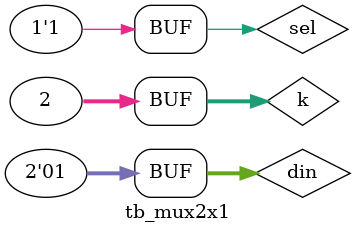
<source format=v>

`include "mux2x1.v"

module tb_mux2x1;

    parameter STEP = 2;
    integer k;

    wire dout;
    reg [1:0] din;
    reg sel;

    mux2x1 a(dout, sel, din);

    initial begin
        sel = 1'b0;
        for ( k=1; k<STEP; k=k+1 )
            #1 sel = sel + 1'b1;
    end

    initial begin
        din = 2'b01;
    end

    initial begin
        $monitor("At time %4t, din=%b, sel=%b, dout=%b",
                    $time, din, sel, dout);
    end

endmodule

</source>
